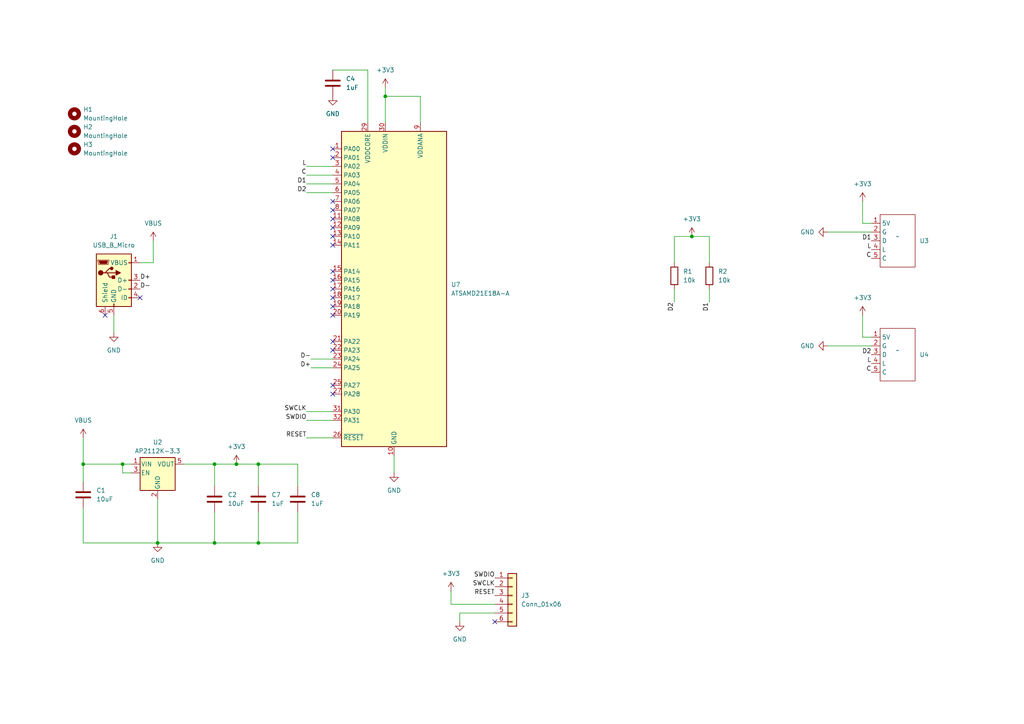
<source format=kicad_sch>
(kicad_sch (version 20230121) (generator eeschema)
  (paper "A4")
  (lib_symbols
    (symbol "Connector:USB_B_Micro" (pin_names (offset 1.016))
      (property "Reference" "J" (at -5.08 11.43 0))
      (property "Value" "USB_B_Micro" (at -5.08 8.89 0))
      (symbol "USB_B_Micro_0_1"
        (rectangle (start -5.08 -7.62) (end 5.08 7.62) (stroke (width 0.254)) (fill (type background)))
        (circle (center -3.81 2.159) (radius 0.635) (stroke (width 0.254)) (fill (type outline)))
        (circle (center -0.635 3.429) (radius 0.381) (stroke (width 0.254)) (fill (type outline)))
        (rectangle (start -0.127 -7.62) (end 0.127 -6.858))
        (polyline (pts (xy -1.905 2.159) (xy 0.635 2.159)) (stroke (width 0.254)))
        (polyline (pts (xy -3.175 2.159) (xy -2.54 2.159) (xy -1.27 3.429) (xy -0.635 3.429)) (stroke (width 0.254)))
        (polyline (pts (xy -2.54 2.159) (xy -1.905 2.159) (xy -1.27 0.889) (xy 0 0.889)) (stroke (width 0.254)))
        (polyline (pts (xy 0.635 2.794) (xy 0.635 1.524) (xy 1.905 2.159) (xy 0.635 2.794)) (stroke (width 0.254)) (fill (type outline)))
        (polyline (pts (xy -4.318 5.588) (xy -1.778 5.588) (xy -2.032 4.826) (xy -4.064 4.826) (xy -4.318 5.588)) (fill (type outline)))
        (polyline (pts (xy -4.699 5.842) (xy -4.699 5.588) (xy -4.445 4.826) (xy -4.445 4.572) (xy -1.651 4.572) (xy -1.651 4.826) (xy -1.397 5.588) (xy -1.397 5.842) (xy -4.699 5.842)))
        (rectangle (start 0.254 1.27) (end -0.508 0.508) (stroke (width 0.254)) (fill (type outline)))
        (rectangle (start 5.08 -5.207) (end 4.318 -4.953))
        (rectangle (start 5.08 -2.667) (end 4.318 -2.413))
        (rectangle (start 5.08 -0.127) (end 4.318 0.127))
        (rectangle (start 5.08 4.953) (end 4.318 5.207))
      )
      (symbol "USB_B_Micro_1_1"
        (pin power_out line (at 7.62 5.08 180) (length 2.54) (name "VBUS") (number "1"))
        (pin bidirectional line (at 7.62 -2.54 180) (length 2.54) (name "D-") (number "2"))
        (pin bidirectional line (at 7.62 0 180) (length 2.54) (name "D+") (number "3"))
        (pin passive line (at 7.62 -5.08 180) (length 2.54) (name "ID") (number "4"))
        (pin power_out line (at 0 -10.16 90) (length 2.54) (name "GND") (number "5"))
        (pin passive line (at -2.54 -10.16 90) (length 2.54) (name "Shield") (number "6"))
      )
    )
    (symbol "Connector_Generic:Conn_01x06" (pin_names (offset 1.016) hide)
      (property "Reference" "J" (at 0 7.62 0))
      (property "Value" "Conn_01x06" (at 0 -10.16 0))
      (symbol "Conn_01x06_1_1"
        (rectangle (start -1.27 -7.493) (end 0 -7.747) (stroke (width 0.1524)))
        (rectangle (start -1.27 -4.953) (end 0 -5.207) (stroke (width 0.1524)))
        (rectangle (start -1.27 -2.413) (end 0 -2.667) (stroke (width 0.1524)))
        (rectangle (start -1.27 0.127) (end 0 -0.127) (stroke (width 0.1524)))
        (rectangle (start -1.27 2.667) (end 0 2.413) (stroke (width 0.1524)))
        (rectangle (start -1.27 5.207) (end 0 4.953) (stroke (width 0.1524)))
        (rectangle (start -1.27 6.35) (end 1.27 -8.89) (stroke (width 0.254)) (fill (type background)))
        (pin passive line (at -5.08 5.08 0) (length 3.81) (name "Pin_1") (number "1"))
        (pin passive line (at -5.08 2.54 0) (length 3.81) (name "Pin_2") (number "2"))
        (pin passive line (at -5.08 0 0) (length 3.81) (name "Pin_3") (number "3"))
        (pin passive line (at -5.08 -2.54 0) (length 3.81) (name "Pin_4") (number "4"))
        (pin passive line (at -5.08 -5.08 0) (length 3.81) (name "Pin_5") (number "5"))
        (pin passive line (at -5.08 -7.62 0) (length 3.81) (name "Pin_6") (number "6"))
      )
    )
    (symbol "Device:C" (pin_numbers hide) (pin_names (offset 0.254))
      (property "Reference" "C" (at 0.635 2.54 0))
      (property "Value" "C" (at 0.635 -2.54 0))
      (symbol "C_0_1"
        (polyline (pts (xy -2.032 -0.762) (xy 2.032 -0.762)) (stroke (width 0.508)))
        (polyline (pts (xy -2.032 0.762) (xy 2.032 0.762)) (stroke (width 0.508)))
      )
      (symbol "C_1_1"
        (pin passive line (at 0 3.81 270) (length 2.794) (name "~") (number "1"))
        (pin passive line (at 0 -3.81 90) (length 2.794) (name "~") (number "2"))
      )
    )
    (symbol "Device:R" (pin_numbers hide) (pin_names (offset 0))
      (property "Reference" "R" (at 2.032 0 90))
      (property "Value" "R" (at 0 0 90))
      (symbol "R_0_1"
        (rectangle (start -1.016 -2.54) (end 1.016 2.54) (stroke (width 0.254)))
      )
      (symbol "R_1_1"
        (pin passive line (at 0 3.81 270) (length 1.27) (name "~") (number "1"))
        (pin passive line (at 0 -3.81 90) (length 1.27) (name "~") (number "2"))
      )
    )
    (symbol "MCU_Microchip_SAMD:ATSAMD21E18A-A"
      (property "Reference" "U" (at -13.97 46.99 0))
      (property "Value" "ATSAMD21E18A-A" (at 16.51 46.99 0))
      (symbol "ATSAMD21E18A-A_1_1"
        (rectangle (start -15.24 45.72) (end 15.24 -45.72) (stroke (width 0.254)) (fill (type background)))
        (pin bidirectional line (at -17.78 40.64 0) (length 2.54) (name "PA00") (number "1"))
        (pin power_in line (at 0 -48.26 90) (length 2.54) (name "GND") (number "10"))
        (pin bidirectional line (at -17.78 20.32 0) (length 2.54) (name "PA08") (number "11"))
        (pin bidirectional line (at -17.78 17.78 0) (length 2.54) (name "PA09") (number "12"))
        (pin bidirectional line (at -17.78 15.24 0) (length 2.54) (name "PA10") (number "13"))
        (pin bidirectional line (at -17.78 12.7 0) (length 2.54) (name "PA11") (number "14"))
        (pin bidirectional line (at -17.78 5.08 0) (length 2.54) (name "PA14") (number "15"))
        (pin bidirectional line (at -17.78 2.54 0) (length 2.54) (name "PA15") (number "16"))
        (pin bidirectional line (at -17.78 0 0) (length 2.54) (name "PA16") (number "17"))
        (pin bidirectional line (at -17.78 -2.54 0) (length 2.54) (name "PA17") (number "18"))
        (pin bidirectional line (at -17.78 -5.08 0) (length 2.54) (name "PA18") (number "19"))
        (pin bidirectional line (at -17.78 38.1 0) (length 2.54) (name "PA01") (number "2"))
        (pin bidirectional line (at -17.78 -7.62 0) (length 2.54) (name "PA19") (number "20"))
        (pin bidirectional line (at -17.78 -15.24 0) (length 2.54) (name "PA22") (number "21"))
        (pin bidirectional line (at -17.78 -17.78 0) (length 2.54) (name "PA23") (number "22"))
        (pin bidirectional line (at -17.78 -20.32 0) (length 2.54) (name "PA24") (number "23"))
        (pin bidirectional line (at -17.78 -22.86 0) (length 2.54) (name "PA25") (number "24"))
        (pin bidirectional line (at -17.78 -27.94 0) (length 2.54) (name "PA27") (number "25"))
        (pin input line (at -17.78 -43.18 0) (length 2.54) (name "~{RESET}") (number "26"))
        (pin bidirectional line (at -17.78 -30.48 0) (length 2.54) (name "PA28") (number "27"))
        (pin passive line (at 0 -48.26 90) (length 2.54) hide (name "GND") (number "28"))
        (pin power_out line (at -7.62 48.26 270) (length 2.54) (name "VDDCORE") (number "29"))
        (pin bidirectional line (at -17.78 35.56 0) (length 2.54) (name "PA02") (number "3"))
        (pin power_in line (at -2.54 48.26 270) (length 2.54) (name "VDDIN") (number "30"))
        (pin bidirectional line (at -17.78 -35.56 0) (length 2.54) (name "PA30") (number "31"))
        (pin bidirectional line (at -17.78 -38.1 0) (length 2.54) (name "PA31") (number "32"))
        (pin bidirectional line (at -17.78 33.02 0) (length 2.54) (name "PA03") (number "4"))
        (pin bidirectional line (at -17.78 30.48 0) (length 2.54) (name "PA04") (number "5"))
        (pin bidirectional line (at -17.78 27.94 0) (length 2.54) (name "PA05") (number "6"))
        (pin bidirectional line (at -17.78 25.4 0) (length 2.54) (name "PA06") (number "7"))
        (pin bidirectional line (at -17.78 22.86 0) (length 2.54) (name "PA07") (number "8"))
        (pin power_in line (at 7.62 48.26 270) (length 2.54) (name "VDDANA") (number "9"))
      )
    )
    (symbol "Mechanical:MountingHole" (pin_names (offset 1.016))
      (property "Reference" "H" (at 0 5.08 0))
      (property "Value" "MountingHole" (at 0 3.175 0))
      (symbol "MountingHole_0_1"
        (circle (center 0 0) (radius 1.27) (stroke (width 1.27)))
      )
    )
    (symbol "Minor_Industries:Nes_Controller_Port"
      (property "Reference" "U" (at 0 0 0))
      (symbol "Nes_Controller_Port_0_1"
        (rectangle (start -5.08 6.35) (end 5.08 -8.89))
      )
      (symbol "Nes_Controller_Port_1_1"
        (pin power_in line (at -7.62 3.81 0) (length 2.54) (name "5V") (number "1"))
        (pin power_in line (at -7.62 1.27 0) (length 2.54) (name "G") (number "2"))
        (pin output line (at -7.62 -1.27 0) (length 2.54) (name "D") (number "3"))
        (pin input line (at -7.62 -3.81 0) (length 2.54) (name "L") (number "4"))
        (pin input line (at -7.62 -6.35 0) (length 2.54) (name "C") (number "5"))
      )
    )
    (symbol "Nes_Controller_Port_1"
      (property "Reference" "U" (at 0 0 0))
      (symbol "Nes_Controller_Port_1_0_1"
        (rectangle (start -5.08 6.35) (end 5.08 -8.89))
      )
      (symbol "Nes_Controller_Port_1_1_1"
        (pin power_in line (at -7.62 3.81 0) (length 2.54) (name "5V") (number "1"))
        (pin power_in line (at -7.62 1.27 0) (length 2.54) (name "G") (number "2"))
        (pin output line (at -7.62 -1.27 0) (length 2.54) (name "D") (number "3"))
        (pin input line (at -7.62 -3.81 0) (length 2.54) (name "L") (number "4"))
        (pin input line (at -7.62 -6.35 0) (length 2.54) (name "C") (number "5"))
      )
    )
    (symbol "Regulator_Linear:AP2112K-3.3" (pin_names (offset 0.254))
      (property "Reference" "U" (at -5.08 5.715 0))
      (property "Value" "AP2112K-3.3" (at 0 5.715 0))
      (symbol "AP2112K-3.3_0_1"
        (rectangle (start -5.08 4.445) (end 5.08 -5.08) (stroke (width 0.254)) (fill (type background)))
      )
      (symbol "AP2112K-3.3_1_1"
        (pin power_in line (at -7.62 2.54 0) (length 2.54) (name "VIN") (number "1"))
        (pin power_in line (at 0 -7.62 90) (length 2.54) (name "GND") (number "2"))
        (pin input line (at -7.62 0 0) (length 2.54) (name "EN") (number "3"))
        (pin no_connect line (at 5.08 0 180) (length 2.54) hide (name "NC") (number "4"))
        (pin power_out line (at 7.62 2.54 180) (length 2.54) (name "VOUT") (number "5"))
      )
    )
    (symbol "power:+3V3" (power) (pin_names (offset 0))
      (property "Value" "+3V3" (at 0 3.556 0))
      (symbol "+3V3_0_1"
        (polyline (pts (xy -0.762 1.27) (xy 0 2.54)))
        (polyline (pts (xy 0 0) (xy 0 2.54)))
        (polyline (pts (xy 0 2.54) (xy 0.762 1.27)))
      )
      (symbol "+3V3_1_1"
        (pin power_in line (at 0 0 90) (length 0) hide (name "+3V3") (number "1"))
      )
    )
    (symbol "power:GND" (power) (pin_names (offset 0))
      (property "Value" "GND" (at 0 -3.81 0))
      (symbol "GND_0_1"
        (polyline (pts (xy 0 0) (xy 0 -1.27) (xy 1.27 -1.27) (xy 0 -2.54) (xy -1.27 -1.27) (xy 0 -1.27)))
      )
      (symbol "GND_1_1"
        (pin power_in line (at 0 0 270) (length 0) hide (name "GND") (number "1"))
      )
    )
    (symbol "power:VBUS" (power) (pin_names (offset 0))
      (property "Value" "VBUS" (at 0 3.81 0))
      (symbol "VBUS_0_1"
        (polyline (pts (xy -0.762 1.27) (xy 0 2.54)))
        (polyline (pts (xy 0 0) (xy 0 2.54)))
        (polyline (pts (xy 0 2.54) (xy 0.762 1.27)))
      )
      (symbol "VBUS_1_1"
        (pin power_in line (at 0 0 90) (length 0) hide (name "VBUS") (number "1"))
      )
    )
  )
  (junction (at 62.23 157.48))
  (junction (at 74.93 157.48))
  (junction (at 35.56 134.62))
  (junction (at 24.13 134.62))
  (junction (at 200.66 68.58))
  (junction (at 68.58 134.62))
  (junction (at 74.93 134.62))
  (junction (at 45.72 157.48))
  (junction (at 111.76 27.94))
  (junction (at 62.23 134.62))
  (no_connect (at 40.64 86.36))
  (no_connect (at 143.51 180.34))
  (no_connect (at 96.52 88.9))
  (no_connect (at 96.52 99.06))
  (no_connect (at 96.52 111.76))
  (no_connect (at 96.52 114.3))
  (no_connect (at 96.52 66.04))
  (no_connect (at 96.52 43.18))
  (no_connect (at 96.52 81.28))
  (no_connect (at 96.52 101.6))
  (no_connect (at 96.52 45.72))
  (no_connect (at 30.48 91.44))
  (no_connect (at 96.52 78.74))
  (no_connect (at 96.52 63.5))
  (no_connect (at 96.52 91.44))
  (no_connect (at 96.52 60.96))
  (no_connect (at 96.52 86.36))
  (no_connect (at 96.52 71.12))
  (no_connect (at 96.52 58.42))
  (no_connect (at 96.52 68.58))
  (no_connect (at 96.52 83.82))
  (wire (pts (xy 62.23 157.48) (xy 74.93 157.48)))
  (wire (pts (xy 35.56 134.62) (xy 38.1 134.62)))
  (wire (pts (xy 130.81 171.45) (xy 130.81 175.26)))
  (wire (pts (xy 90.17 104.14) (xy 96.52 104.14)))
  (wire (pts (xy 24.13 127) (xy 24.13 134.62)))
  (wire (pts (xy 86.36 157.48) (xy 74.93 157.48)))
  (wire (pts (xy 250.19 97.79) (xy 252.73 97.79)))
  (wire (pts (xy 74.93 134.62) (xy 74.93 140.97)))
  (wire (pts (xy 88.9 48.26) (xy 96.52 48.26)))
  (wire (pts (xy 106.68 20.32) (xy 106.68 35.56)))
  (wire (pts (xy 200.66 68.58) (xy 205.74 68.58)))
  (wire (pts (xy 38.1 137.16) (xy 35.56 137.16)))
  (wire (pts (xy 111.76 27.94) (xy 121.92 27.94)))
  (wire (pts (xy 24.13 157.48) (xy 45.72 157.48)))
  (wire (pts (xy 24.13 147.32) (xy 24.13 157.48)))
  (wire (pts (xy 45.72 144.78) (xy 45.72 157.48)))
  (wire (pts (xy 62.23 134.62) (xy 62.23 140.97)))
  (wire (pts (xy 44.45 76.2) (xy 44.45 69.85)))
  (wire (pts (xy 88.9 127) (xy 96.52 127)))
  (wire (pts (xy 240.03 100.33) (xy 252.73 100.33)))
  (wire (pts (xy 88.9 55.88) (xy 96.52 55.88)))
  (wire (pts (xy 86.36 148.59) (xy 86.36 157.48)))
  (wire (pts (xy 240.03 67.31) (xy 252.73 67.31)))
  (wire (pts (xy 62.23 148.59) (xy 62.23 157.48)))
  (wire (pts (xy 40.64 76.2) (xy 44.45 76.2)))
  (wire (pts (xy 74.93 134.62) (xy 86.36 134.62)))
  (wire (pts (xy 96.52 20.32) (xy 106.68 20.32)))
  (wire (pts (xy 88.9 50.8) (xy 96.52 50.8)))
  (wire (pts (xy 88.9 121.92) (xy 96.52 121.92)))
  (wire (pts (xy 205.74 83.82) (xy 205.74 87.63)))
  (wire (pts (xy 86.36 134.62) (xy 86.36 140.97)))
  (wire (pts (xy 68.58 134.62) (xy 74.93 134.62)))
  (wire (pts (xy 45.72 157.48) (xy 62.23 157.48)))
  (wire (pts (xy 88.9 53.34) (xy 96.52 53.34)))
  (wire (pts (xy 111.76 27.94) (xy 111.76 35.56)))
  (wire (pts (xy 121.92 35.56) (xy 121.92 27.94)))
  (wire (pts (xy 195.58 68.58) (xy 200.66 68.58)))
  (wire (pts (xy 195.58 76.2) (xy 195.58 68.58)))
  (wire (pts (xy 88.9 119.38) (xy 96.52 119.38)))
  (wire (pts (xy 62.23 134.62) (xy 68.58 134.62)))
  (wire (pts (xy 195.58 87.63) (xy 195.58 83.82)))
  (wire (pts (xy 250.19 58.42) (xy 250.19 64.77)))
  (wire (pts (xy 250.19 64.77) (xy 252.73 64.77)))
  (wire (pts (xy 24.13 134.62) (xy 35.56 134.62)))
  (wire (pts (xy 250.19 91.44) (xy 250.19 97.79)))
  (wire (pts (xy 133.35 177.8) (xy 133.35 180.34)))
  (wire (pts (xy 143.51 177.8) (xy 133.35 177.8)))
  (wire (pts (xy 111.76 25.4) (xy 111.76 27.94)))
  (wire (pts (xy 24.13 134.62) (xy 24.13 139.7)))
  (wire (pts (xy 143.51 175.26) (xy 130.81 175.26)))
  (wire (pts (xy 114.3 132.08) (xy 114.3 137.16)))
  (wire (pts (xy 205.74 76.2) (xy 205.74 68.58)))
  (wire (pts (xy 33.02 91.44) (xy 33.02 96.52)))
  (wire (pts (xy 35.56 137.16) (xy 35.56 134.62)))
  (wire (pts (xy 74.93 148.59) (xy 74.93 157.48)))
  (wire (pts (xy 90.17 106.68) (xy 96.52 106.68)))
  (wire (pts (xy 53.34 134.62) (xy 62.23 134.62)))
  (label "D2" (at 252.73 102.87 180))
  (label "D-" (at 90.17 104.14 180))
  (label "D+" (at 90.17 106.68 180))
  (label "C" (at 252.73 107.95 180))
  (label "D+" (at 40.64 81.28 0))
  (label "L" (at 88.9 48.26 180))
  (label "D1" (at 88.9 53.34 180))
  (label "D2" (at 195.58 87.63 270))
  (label "SWCLK" (at 143.51 170.18 180))
  (label "D-" (at 40.64 83.82 0))
  (label "D2" (at 88.9 55.88 180))
  (label "D1" (at 252.73 69.85 180))
  (label "SWCLK" (at 88.9 119.38 180))
  (label "C" (at 252.73 74.93 180))
  (label "SWDIO" (at 143.51 167.64 180))
  (label "L" (at 252.73 72.39 180))
  (label "SWDIO" (at 88.9 121.92 180))
  (label "C" (at 88.9 50.8 180))
  (label "RESET" (at 143.51 172.72 180))
  (label "D1" (at 205.74 87.63 270))
  (label "RESET" (at 88.9 127 180))
  (label "L" (at 252.73 105.41 180))
  (symbol (lib_id "power:VBUS") (at 44.45 69.85 0) (unit 1)
    (property "Reference" "#PWR027" (effects hide))
    (property "Value" "VBUS" (at 44.45 64.77 0))
  )
  (symbol (lib_id "power:+3V3") (at 250.19 58.42 0) (unit 1)
    (property "Reference" "#PWR02" (effects hide))
    (property "Value" "+3V3" (at 250.19 53.34 0))
  )
  (symbol (lib_id "Device:R") (at 195.58 80.01 0) (unit 1)
    (property "Reference" "R1" (at 198.12 78.74 0) (effects (justify left)))
    (property "Value" "10k" (at 198.12 81.28 0) (effects (justify left)))
    (property "Footprint" "Resistor_SMD:R_0805_2012Metric" (effects hide))
  )
  (symbol (lib_id "Regulator_Linear:AP2112K-3.3") (at 45.72 137.16 0) (unit 1)
    (property "Reference" "U2" (at 45.72 128.27 0))
    (property "Value" "AP2112K-3.3" (at 45.72 130.81 0))
    (property "Footprint" "Package_TO_SOT_SMD:SOT-23-5" (effects hide))
    (property "Datasheet" "https://www.diodes.com/assets/Datasheets/AP2112.pdf" (effects hide))
  )
  (symbol (lib_id "Minor_Industries:Nes_Controller_Port") (at 260.35 101.6 0) (unit 1)
    (property "Reference" "U4" (at 266.7 102.87 0) (effects (justify left)))
    (property "Value" "~" (at 260.35 101.6 0))
    (property "Footprint" "Minor_Industries:NES controller port" (effects hide))
  )
  (symbol (lib_id "power:+3V3") (at 200.66 68.58 0) (unit 1)
    (property "Reference" "#PWR08" (effects hide))
    (property "Value" "+3V3" (at 200.66 63.5 0))
  )
  (symbol (lib_id "power:GND") (at 96.52 27.94 0) (unit 1)
    (property "Reference" "#PWR033" (effects hide))
    (property "Value" "GND" (at 96.52 33.02 0))
  )
  (symbol (lib_id "power:+3V3") (at 111.76 25.4 0) (unit 1)
    (property "Reference" "#PWR06" (effects hide))
    (property "Value" "+3V3" (at 111.76 20.32 0))
  )
  (symbol (lib_id "Device:R") (at 205.74 80.01 0) (unit 1)
    (property "Reference" "R2" (at 208.28 78.74 0) (effects (justify left)))
    (property "Value" "10k" (at 208.28 81.28 0) (effects (justify left)))
    (property "Footprint" "Resistor_SMD:R_0805_2012Metric" (effects hide))
  )
  (symbol (lib_id "Device:C") (at 24.13 143.51 0) (unit 1)
    (property "Reference" "C1" (at 27.94 142.24 0) (effects (justify left)))
    (property "Value" "10uF" (at 27.94 144.78 0) (effects (justify left)))
    (property "Footprint" "Capacitor_SMD:C_1206_3216Metric" (effects hide))
  )
  (symbol (lib_id "power:VBUS") (at 24.13 127 0) (unit 1)
    (property "Reference" "#PWR05" (effects hide))
    (property "Value" "VBUS" (at 24.13 121.92 0))
  )
  (symbol (lib_name "Nes_Controller_Port_1") (lib_id "Minor_Industries:Nes_Controller_Port") (at 260.35 68.58 0) (unit 1)
    (property "Reference" "U3" (at 266.7 69.85 0) (effects (justify left)))
    (property "Value" "~" (at 260.35 68.58 0))
    (property "Footprint" "Minor_Industries:NES controller port" (effects hide))
  )
  (symbol (lib_id "power:GND") (at 45.72 157.48 0) (unit 1)
    (property "Reference" "#PWR01" (effects hide))
    (property "Value" "GND" (at 45.72 162.56 0))
  )
  (symbol (lib_id "Connector_Generic:Conn_01x06") (at 148.59 172.72 0) (unit 1)
    (property "Reference" "J3" (at 151.13 172.72 0) (effects (justify left)))
    (property "Value" "Conn_01x06" (at 151.13 175.26 0) (effects (justify left)))
    (property "Footprint" "Connector_PinSocket_2.54mm:PinSocket_1x06_P2.54mm_Vertical" (effects hide))
  )
  (symbol (lib_id "power:+3V3") (at 250.19 91.44 0) (unit 1)
    (property "Reference" "#PWR07" (effects hide))
    (property "Value" "+3V3" (at 250.19 86.36 0))
  )
  (symbol (lib_id "power:GND") (at 240.03 100.33 270) (unit 1)
    (property "Reference" "#PWR015" (effects hide))
    (property "Value" "GND" (at 236.22 100.33 90) (effects (justify right)))
  )
  (symbol (lib_id "power:GND") (at 33.02 96.52 0) (unit 1)
    (property "Reference" "#PWR026" (effects hide))
    (property "Value" "GND" (at 33.02 101.6 0))
  )
  (symbol (lib_id "Device:C") (at 74.93 144.78 0) (unit 1)
    (property "Reference" "C7" (at 78.74 143.51 0) (effects (justify left)))
    (property "Value" "1uF" (at 78.74 146.05 0) (effects (justify left)))
    (property "Footprint" "Capacitor_SMD:C_0805_2012Metric" (effects hide))
  )
  (symbol (lib_id "power:+3V3") (at 130.81 171.45 0) (unit 1)
    (property "Reference" "#PWR012" (effects hide))
    (property "Value" "+3V3" (at 130.81 166.37 0))
  )
  (symbol (lib_id "Mechanical:MountingHole") (at 21.59 38.1 0) (unit 1)
    (property "Reference" "H2" (at 24.13 36.83 0) (effects (justify left)))
    (property "Value" "MountingHole" (at 24.13 39.37 0) (effects (justify left)))
    (property "Footprint" "MountingHole:MountingHole_2.2mm_M2" (effects hide))
  )
  (symbol (lib_id "power:GND") (at 240.03 67.31 270) (unit 1)
    (property "Reference" "#PWR04" (effects hide))
    (property "Value" "GND" (at 236.22 67.31 90) (effects (justify right)))
  )
  (symbol (lib_id "MCU_Microchip_SAMD:ATSAMD21E18A-A") (at 114.3 83.82 0) (unit 1)
    (property "Reference" "U7" (at 130.81 82.55 0) (effects (justify left)))
    (property "Value" "ATSAMD21E18A-A" (at 130.81 85.09 0) (effects (justify left)))
    (property "Footprint" "Package_QFP:TQFP-32_7x7mm_P0.8mm" (effects hide))
    (property "Datasheet" "http://ww1.microchip.com/downloads/en/DeviceDoc/SAM_D21_DA1_Family_Data%20Sheet_DS40001882E.pdf" (effects hide))
  )
  (symbol (lib_id "power:GND") (at 114.3 137.16 0) (unit 1)
    (property "Reference" "#PWR035" (effects hide))
    (property "Value" "GND" (at 114.3 142.24 0))
  )
  (symbol (lib_id "Device:C") (at 96.52 24.13 0) (unit 1)
    (property "Reference" "C4" (at 100.33 22.86 0) (effects (justify left)))
    (property "Value" "1uF" (at 100.33 25.4 0) (effects (justify left)))
    (property "Footprint" "Capacitor_SMD:C_0805_2012Metric" (effects hide))
  )
  (symbol (lib_id "Mechanical:MountingHole") (at 21.59 33.02 0) (unit 1)
    (property "Reference" "H1" (at 24.13 31.75 0) (effects (justify left)))
    (property "Value" "MountingHole" (at 24.13 34.29 0) (effects (justify left)))
    (property "Footprint" "MountingHole:MountingHole_2.2mm_M2" (effects hide))
  )
  (symbol (lib_id "Device:C") (at 86.36 144.78 0) (unit 1)
    (property "Reference" "C8" (at 90.17 143.51 0) (effects (justify left)))
    (property "Value" "1uF" (at 90.17 146.05 0) (effects (justify left)))
    (property "Footprint" "Capacitor_SMD:C_0805_2012Metric" (effects hide))
  )
  (symbol (lib_id "Mechanical:MountingHole") (at 21.59 43.18 0) (unit 1)
    (property "Reference" "H3" (at 24.13 41.91 0) (effects (justify left)))
    (property "Value" "MountingHole" (at 24.13 44.45 0) (effects (justify left)))
    (property "Footprint" "MountingHole:MountingHole_2.2mm_M2" (effects hide))
  )
  (symbol (lib_id "Connector:USB_B_Micro") (at 33.02 81.28 0) (unit 1)
    (property "Reference" "J1" (at 33.02 68.58 0))
    (property "Value" "USB_B_Micro" (at 33.02 71.12 0))
    (property "Footprint" "Connector_USB:USB_Micro-B_Amphenol_10118193-0001LF_Horizontal" (effects hide))
  )
  (symbol (lib_id "power:+3V3") (at 68.58 134.62 0) (unit 1)
    (property "Reference" "#PWR018" (effects hide))
    (property "Value" "+3V3" (at 68.58 129.54 0))
  )
  (symbol (lib_id "power:GND") (at 133.35 180.34 0) (unit 1)
    (property "Reference" "#PWR03" (effects hide))
    (property "Value" "GND" (at 133.35 185.42 0))
  )
  (symbol (lib_id "Device:C") (at 62.23 144.78 0) (unit 1)
    (property "Reference" "C2" (at 66.04 143.51 0) (effects (justify left)))
    (property "Value" "10uF" (at 66.04 146.05 0) (effects (justify left)))
    (property "Footprint" "Capacitor_SMD:C_1206_3216Metric" (effects hide))
  )
)
</source>
